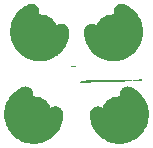
<source format=gbr>
%TF.GenerationSoftware,KiCad,Pcbnew,(5.1.6-0)*%
%TF.CreationDate,2020-12-23T18:17:54-08:00*%
%TF.ProjectId,loco-rollers-n,6c6f636f-2d72-46f6-9c6c-6572732d6e2e,R1*%
%TF.SameCoordinates,PX8f0d180PY7270e00*%
%TF.FileFunction,Soldermask,Top*%
%TF.FilePolarity,Negative*%
%FSLAX46Y46*%
G04 Gerber Fmt 4.6, Leading zero omitted, Abs format (unit mm)*
G04 Created by KiCad (PCBNEW (5.1.6-0)) date 2020-12-23 18:17:54*
%MOMM*%
%LPD*%
G01*
G04 APERTURE LIST*
%ADD10C,0.010000*%
%ADD11C,0.100000*%
%ADD12C,3.000000*%
%ADD13C,0.900000*%
G04 APERTURE END LIST*
D10*
%TO.C,G\u002A\u002A\u002A*%
G36*
X6003378Y7362751D02*
G01*
X6010199Y7342309D01*
X6010200Y7342069D01*
X6003267Y7326469D01*
X5986698Y7318131D01*
X5966839Y7318723D01*
X5952627Y7326960D01*
X5943008Y7344591D01*
X5949907Y7360374D01*
X5963383Y7369026D01*
X5986249Y7372534D01*
X6003378Y7362751D01*
G37*
X6003378Y7362751D02*
X6010199Y7342309D01*
X6010200Y7342069D01*
X6003267Y7326469D01*
X5986698Y7318131D01*
X5966839Y7318723D01*
X5952627Y7326960D01*
X5943008Y7344591D01*
X5949907Y7360374D01*
X5963383Y7369026D01*
X5986249Y7372534D01*
X6003378Y7362751D01*
G36*
X5899814Y7367771D02*
G01*
X5915037Y7353271D01*
X5913853Y7336054D01*
X5906907Y7326960D01*
X5886897Y7317441D01*
X5864568Y7322173D01*
X5854531Y7329745D01*
X5845903Y7346339D01*
X5850456Y7361145D01*
X5864490Y7371055D01*
X5884303Y7372961D01*
X5899814Y7367771D01*
G37*
X5899814Y7367771D02*
X5915037Y7353271D01*
X5913853Y7336054D01*
X5906907Y7326960D01*
X5886897Y7317441D01*
X5864568Y7322173D01*
X5854531Y7329745D01*
X5845903Y7346339D01*
X5850456Y7361145D01*
X5864490Y7371055D01*
X5884303Y7372961D01*
X5899814Y7367771D01*
G36*
X5805165Y7368853D02*
G01*
X5816816Y7357195D01*
X5817907Y7341546D01*
X5810269Y7329745D01*
X5789130Y7318038D01*
X5767179Y7320415D01*
X5757893Y7326960D01*
X5748289Y7344787D01*
X5755268Y7360910D01*
X5764987Y7367771D01*
X5786655Y7373415D01*
X5805165Y7368853D01*
G37*
X5805165Y7368853D02*
X5816816Y7357195D01*
X5817907Y7341546D01*
X5810269Y7329745D01*
X5789130Y7318038D01*
X5767179Y7320415D01*
X5757893Y7326960D01*
X5748289Y7344787D01*
X5755268Y7360910D01*
X5764987Y7367771D01*
X5786655Y7373415D01*
X5805165Y7368853D01*
G36*
X5701418Y7369026D02*
G01*
X5718303Y7355881D01*
X5721594Y7341016D01*
X5713862Y7327741D01*
X5697683Y7319369D01*
X5675628Y7319209D01*
X5665183Y7322407D01*
X5655871Y7333706D01*
X5656576Y7351088D01*
X5666919Y7367270D01*
X5667551Y7367808D01*
X5682382Y7374238D01*
X5701418Y7369026D01*
G37*
X5701418Y7369026D02*
X5718303Y7355881D01*
X5721594Y7341016D01*
X5713862Y7327741D01*
X5697683Y7319369D01*
X5675628Y7319209D01*
X5665183Y7322407D01*
X5655871Y7333706D01*
X5656576Y7351088D01*
X5666919Y7367270D01*
X5667551Y7367808D01*
X5682382Y7374238D01*
X5701418Y7369026D01*
G36*
X11515389Y6215589D02*
G01*
X11539152Y6213868D01*
X11551676Y6210405D01*
X11555798Y6204750D01*
X11555867Y6203595D01*
X11553809Y6196255D01*
X11545966Y6190752D01*
X11529839Y6186539D01*
X11502925Y6183072D01*
X11462722Y6179808D01*
X11439450Y6178248D01*
X11402727Y6176114D01*
X11379709Y6175780D01*
X11367221Y6177699D01*
X11362089Y6182324D01*
X11361134Y6189442D01*
X11363995Y6200267D01*
X11374140Y6207801D01*
X11393909Y6212579D01*
X11425644Y6215135D01*
X11471685Y6216003D01*
X11477550Y6216018D01*
X11515389Y6215589D01*
G37*
X11515389Y6215589D02*
X11539152Y6213868D01*
X11551676Y6210405D01*
X11555798Y6204750D01*
X11555867Y6203595D01*
X11553809Y6196255D01*
X11545966Y6190752D01*
X11529839Y6186539D01*
X11502925Y6183072D01*
X11462722Y6179808D01*
X11439450Y6178248D01*
X11402727Y6176114D01*
X11379709Y6175780D01*
X11367221Y6177699D01*
X11362089Y6182324D01*
X11361134Y6189442D01*
X11363995Y6200267D01*
X11374140Y6207801D01*
X11393909Y6212579D01*
X11425644Y6215135D01*
X11471685Y6216003D01*
X11477550Y6216018D01*
X11515389Y6215589D01*
G36*
X11271027Y6198349D02*
G01*
X11283995Y6196590D01*
X11290633Y6193572D01*
X11293062Y6189152D01*
X11293400Y6183507D01*
X11292846Y6175926D01*
X11289812Y6170024D01*
X11282246Y6165427D01*
X11268093Y6161761D01*
X11245298Y6158652D01*
X11211807Y6155725D01*
X11165565Y6152608D01*
X11104520Y6148927D01*
X11102900Y6148831D01*
X11037034Y6144961D01*
X10986142Y6142172D01*
X10948294Y6140567D01*
X10921559Y6140250D01*
X10904006Y6141324D01*
X10893704Y6143894D01*
X10888722Y6148062D01*
X10887130Y6153933D01*
X10887000Y6160427D01*
X10887628Y6168839D01*
X10890770Y6175466D01*
X10898309Y6180603D01*
X10912133Y6184542D01*
X10934126Y6187577D01*
X10966174Y6190002D01*
X11010162Y6192109D01*
X11067976Y6194192D01*
X11113484Y6195659D01*
X11172959Y6197504D01*
X11217628Y6198663D01*
X11249611Y6198992D01*
X11271027Y6198349D01*
G37*
X11271027Y6198349D02*
X11283995Y6196590D01*
X11290633Y6193572D01*
X11293062Y6189152D01*
X11293400Y6183507D01*
X11292846Y6175926D01*
X11289812Y6170024D01*
X11282246Y6165427D01*
X11268093Y6161761D01*
X11245298Y6158652D01*
X11211807Y6155725D01*
X11165565Y6152608D01*
X11104520Y6148927D01*
X11102900Y6148831D01*
X11037034Y6144961D01*
X10986142Y6142172D01*
X10948294Y6140567D01*
X10921559Y6140250D01*
X10904006Y6141324D01*
X10893704Y6143894D01*
X10888722Y6148062D01*
X10887130Y6153933D01*
X10887000Y6160427D01*
X10887628Y6168839D01*
X10890770Y6175466D01*
X10898309Y6180603D01*
X10912133Y6184542D01*
X10934126Y6187577D01*
X10966174Y6190002D01*
X11010162Y6192109D01*
X11067976Y6194192D01*
X11113484Y6195659D01*
X11172959Y6197504D01*
X11217628Y6198663D01*
X11249611Y6198992D01*
X11271027Y6198349D01*
G36*
X10717989Y6182267D02*
G01*
X10712404Y6158983D01*
X10707179Y6140661D01*
X10703251Y6131648D01*
X10694258Y6130551D01*
X10670261Y6129234D01*
X10633186Y6127758D01*
X10584962Y6126187D01*
X10527516Y6124584D01*
X10462773Y6123012D01*
X10397525Y6121630D01*
X10226113Y6118170D01*
X10048761Y6114445D01*
X9867071Y6110497D01*
X9682641Y6106364D01*
X9497074Y6102087D01*
X9311970Y6097706D01*
X9128929Y6093261D01*
X8949552Y6088792D01*
X8775439Y6084339D01*
X8608191Y6079941D01*
X8449409Y6075640D01*
X8300694Y6071475D01*
X8163644Y6067486D01*
X8039863Y6063713D01*
X7930949Y6060197D01*
X7902500Y6059235D01*
X7743643Y6053452D01*
X7598168Y6047376D01*
X7462525Y6040808D01*
X7333163Y6033547D01*
X7206532Y6025392D01*
X7079080Y6016142D01*
X6947258Y6005599D01*
X6937300Y6004767D01*
X6875772Y5999698D01*
X6814538Y5994798D01*
X6757433Y5990366D01*
X6708296Y5986696D01*
X6670964Y5984086D01*
X6662134Y5983522D01*
X6620197Y5980936D01*
X6578460Y5978348D01*
X6544042Y5976199D01*
X6535134Y5975638D01*
X6498981Y5974939D01*
X6461540Y5976581D01*
X6447566Y5977998D01*
X6406565Y5983300D01*
X6426399Y6001290D01*
X6450540Y6016032D01*
X6490090Y6031202D01*
X6543535Y6046567D01*
X6609365Y6061893D01*
X6686066Y6076948D01*
X6772128Y6091499D01*
X6866037Y6105313D01*
X6966281Y6118157D01*
X7071349Y6129798D01*
X7179728Y6140003D01*
X7289907Y6148540D01*
X7400372Y6155175D01*
X7436829Y6156916D01*
X7470462Y6158084D01*
X7519868Y6159319D01*
X7583884Y6160612D01*
X7661350Y6161951D01*
X7751104Y6163326D01*
X7851985Y6164726D01*
X7962831Y6166142D01*
X8082482Y6167561D01*
X8209777Y6168975D01*
X8343553Y6170372D01*
X8482650Y6171742D01*
X8625906Y6173074D01*
X8772161Y6174358D01*
X8920253Y6175583D01*
X9069020Y6176739D01*
X9217302Y6177815D01*
X9363937Y6178800D01*
X9507765Y6179685D01*
X9647623Y6180458D01*
X9782350Y6181109D01*
X9910786Y6181628D01*
X10031769Y6182003D01*
X10144138Y6182225D01*
X10233111Y6182285D01*
X10717989Y6182267D01*
G37*
X10717989Y6182267D02*
X10712404Y6158983D01*
X10707179Y6140661D01*
X10703251Y6131648D01*
X10694258Y6130551D01*
X10670261Y6129234D01*
X10633186Y6127758D01*
X10584962Y6126187D01*
X10527516Y6124584D01*
X10462773Y6123012D01*
X10397525Y6121630D01*
X10226113Y6118170D01*
X10048761Y6114445D01*
X9867071Y6110497D01*
X9682641Y6106364D01*
X9497074Y6102087D01*
X9311970Y6097706D01*
X9128929Y6093261D01*
X8949552Y6088792D01*
X8775439Y6084339D01*
X8608191Y6079941D01*
X8449409Y6075640D01*
X8300694Y6071475D01*
X8163644Y6067486D01*
X8039863Y6063713D01*
X7930949Y6060197D01*
X7902500Y6059235D01*
X7743643Y6053452D01*
X7598168Y6047376D01*
X7462525Y6040808D01*
X7333163Y6033547D01*
X7206532Y6025392D01*
X7079080Y6016142D01*
X6947258Y6005599D01*
X6937300Y6004767D01*
X6875772Y5999698D01*
X6814538Y5994798D01*
X6757433Y5990366D01*
X6708296Y5986696D01*
X6670964Y5984086D01*
X6662134Y5983522D01*
X6620197Y5980936D01*
X6578460Y5978348D01*
X6544042Y5976199D01*
X6535134Y5975638D01*
X6498981Y5974939D01*
X6461540Y5976581D01*
X6447566Y5977998D01*
X6406565Y5983300D01*
X6426399Y6001290D01*
X6450540Y6016032D01*
X6490090Y6031202D01*
X6543535Y6046567D01*
X6609365Y6061893D01*
X6686066Y6076948D01*
X6772128Y6091499D01*
X6866037Y6105313D01*
X6966281Y6118157D01*
X7071349Y6129798D01*
X7179728Y6140003D01*
X7289907Y6148540D01*
X7400372Y6155175D01*
X7436829Y6156916D01*
X7470462Y6158084D01*
X7519868Y6159319D01*
X7583884Y6160612D01*
X7661350Y6161951D01*
X7751104Y6163326D01*
X7851985Y6164726D01*
X7962831Y6166142D01*
X8082482Y6167561D01*
X8209777Y6168975D01*
X8343553Y6170372D01*
X8482650Y6171742D01*
X8625906Y6173074D01*
X8772161Y6174358D01*
X8920253Y6175583D01*
X9069020Y6176739D01*
X9217302Y6177815D01*
X9363937Y6178800D01*
X9507765Y6179685D01*
X9647623Y6180458D01*
X9782350Y6181109D01*
X9910786Y6181628D01*
X10031769Y6182003D01*
X10144138Y6182225D01*
X10233111Y6182285D01*
X10717989Y6182267D01*
%TD*%
D11*
%TO.C,H1*%
G36*
X3012720Y7750535D02*
G01*
X2996686Y7750423D01*
X2984474Y7750636D01*
X2806350Y7758102D01*
X2806360Y7758336D01*
X2804608Y7758412D01*
X2804597Y7758182D01*
X2798692Y7758470D01*
X2784730Y7759543D01*
X2768730Y7761225D01*
X2752789Y7762676D01*
X2740654Y7764080D01*
X2564087Y7788895D01*
X2562351Y7789145D01*
X2556481Y7790012D01*
X2542741Y7792435D01*
X2527035Y7795659D01*
X2511246Y7798671D01*
X2499309Y7801252D01*
X2326007Y7843178D01*
X2324297Y7843598D01*
X2318539Y7845034D01*
X2305098Y7848787D01*
X2289775Y7853531D01*
X2274376Y7858063D01*
X2262744Y7861798D01*
X2094359Y7920435D01*
X2092731Y7921008D01*
X2087141Y7922998D01*
X2074096Y7928058D01*
X2059325Y7934268D01*
X2044429Y7940286D01*
X2033214Y7945139D01*
X1871356Y8019927D01*
X1869755Y8020674D01*
X1864386Y8023201D01*
X1851943Y8029487D01*
X1837856Y8037104D01*
X1823594Y8044560D01*
X1812910Y8050482D01*
X1659139Y8140700D01*
X1659324Y8141015D01*
X1657806Y8141881D01*
X1657633Y8141591D01*
X1652552Y8144619D01*
X1640731Y8152119D01*
X1627380Y8161125D01*
X1613999Y8169881D01*
X1603942Y8176819D01*
X1459693Y8281622D01*
X1458309Y8282634D01*
X1453532Y8286155D01*
X1442500Y8294774D01*
X1430135Y8305004D01*
X1417629Y8315059D01*
X1408299Y8322943D01*
X1274965Y8441322D01*
X1273658Y8442490D01*
X1269248Y8446461D01*
X1259142Y8456086D01*
X1247850Y8467458D01*
X1236363Y8478706D01*
X1227844Y8487466D01*
X1106709Y8618281D01*
X1106963Y8618516D01*
X1105786Y8619831D01*
X1105514Y8619582D01*
X1101519Y8623957D01*
X1092393Y8634529D01*
X1082256Y8646959D01*
X1071930Y8659265D01*
X1064312Y8668808D01*
X956511Y8810830D01*
X955476Y8812203D01*
X951921Y8816954D01*
X943855Y8828387D01*
X934976Y8841751D01*
X925904Y8855001D01*
X919252Y8865244D01*
X825824Y9017109D01*
X824924Y9018585D01*
X821850Y9023660D01*
X814945Y9035813D01*
X807398Y9050006D01*
X799676Y9064053D01*
X794053Y9074901D01*
X715900Y9235141D01*
X716381Y9235376D01*
X715634Y9236935D01*
X715146Y9236701D01*
X712590Y9242033D01*
X706886Y9254840D01*
X700764Y9269694D01*
X694450Y9284426D01*
X689913Y9295770D01*
X627762Y9462889D01*
X627166Y9464508D01*
X625136Y9470084D01*
X620720Y9483358D01*
X616090Y9498696D01*
X611229Y9514019D01*
X607821Y9525750D01*
X562275Y9698136D01*
X561837Y9699818D01*
X560361Y9705566D01*
X557265Y9719192D01*
X554150Y9734927D01*
X550811Y9750635D01*
X548564Y9762642D01*
X520057Y9938650D01*
X519785Y9940365D01*
X518877Y9946229D01*
X517126Y9960088D01*
X515559Y9976066D01*
X513770Y9992023D01*
X512706Y10004184D01*
X501511Y10182116D01*
X501840Y10182137D01*
X501749Y10183875D01*
X501408Y10183856D01*
X501077Y10189758D01*
X500685Y10203757D01*
X500685Y10219782D01*
X500461Y10235872D01*
X500589Y10248077D01*
X506811Y10426249D01*
X507054Y10426241D01*
X507133Y10427995D01*
X506879Y10428006D01*
X507126Y10433915D01*
X508101Y10447870D01*
X509669Y10463860D01*
X511012Y10479848D01*
X512330Y10491983D01*
X535911Y10668718D01*
X536149Y10670456D01*
X536975Y10676332D01*
X539303Y10690095D01*
X542430Y10705887D01*
X545318Y10721622D01*
X547816Y10733582D01*
X588531Y10907173D01*
X588932Y10908855D01*
X590327Y10914623D01*
X593990Y10928109D01*
X598621Y10943447D01*
X603057Y10958917D01*
X606709Y10970569D01*
X664170Y11139358D01*
X664744Y11141026D01*
X666696Y11146630D01*
X671651Y11159672D01*
X677775Y11174528D01*
X683671Y11189421D01*
X688446Y11200672D01*
X762103Y11363048D01*
X762820Y11364614D01*
X765309Y11370002D01*
X771527Y11382530D01*
X779079Y11396733D01*
X786404Y11410985D01*
X792249Y11421706D01*
X881400Y11576119D01*
X882254Y11577586D01*
X885256Y11582705D01*
X892682Y11594591D01*
X901567Y11607963D01*
X910254Y11621443D01*
X917121Y11631548D01*
X1020914Y11776526D01*
X1021933Y11777939D01*
X1025421Y11782740D01*
X1033937Y11793798D01*
X1044060Y11806210D01*
X1054065Y11818833D01*
X1061880Y11828212D01*
X1179326Y11962369D01*
X1180493Y11963693D01*
X1184433Y11968130D01*
X1193975Y11978290D01*
X1205297Y11989691D01*
X1216442Y12001232D01*
X1225136Y12009806D01*
X1355101Y12131851D01*
X1355260Y12131682D01*
X1356539Y12132850D01*
X1356369Y12133033D01*
X1360712Y12137056D01*
X1371252Y12146285D01*
X1383646Y12156538D01*
X1395846Y12166920D01*
X1405334Y12174603D01*
X1546582Y12283378D01*
X1546799Y12283097D01*
X1548188Y12284186D01*
X1547986Y12284452D01*
X1552695Y12288027D01*
X1564062Y12296166D01*
X1577377Y12305147D01*
X1590560Y12314309D01*
X1600750Y12321027D01*
X1751954Y12415511D01*
X1752257Y12415027D01*
X1753721Y12416022D01*
X1753460Y12416446D01*
X1758506Y12419550D01*
X1770585Y12426523D01*
X1784649Y12434127D01*
X1798723Y12441993D01*
X1809528Y12447689D01*
X1969236Y12526968D01*
X1970804Y12527740D01*
X1976137Y12530341D01*
X1988845Y12536106D01*
X1991433Y12537194D01*
X1993968Y12538422D01*
X2005082Y12543475D01*
X2037322Y12557193D01*
X2038930Y12557870D01*
X2044406Y12560155D01*
X2057441Y12565172D01*
X2096594Y12578997D01*
X2119986Y12585992D01*
X2160301Y12595932D01*
X2184276Y12600614D01*
X2225369Y12606572D01*
X2249681Y12608892D01*
X2291158Y12610812D01*
X2315590Y12610747D01*
X2357058Y12608609D01*
X2381353Y12606163D01*
X2422414Y12599990D01*
X2446365Y12595182D01*
X2486627Y12585031D01*
X2509987Y12577911D01*
X2549067Y12563880D01*
X2571628Y12554512D01*
X2609152Y12536734D01*
X2630688Y12525210D01*
X2666298Y12503855D01*
X2686604Y12490287D01*
X2719961Y12465559D01*
X2738854Y12450068D01*
X2769637Y12422203D01*
X2786919Y12404950D01*
X2814837Y12374214D01*
X2830354Y12355357D01*
X2855140Y12322044D01*
X2868748Y12301754D01*
X2890164Y12266181D01*
X2901723Y12244668D01*
X2919566Y12207175D01*
X2928973Y12184632D01*
X2943072Y12145576D01*
X2950234Y12122224D01*
X2960454Y12081980D01*
X2965301Y12058045D01*
X2971546Y12016995D01*
X2974036Y11992695D01*
X2976245Y11951231D01*
X2976351Y11926804D01*
X2974503Y11885323D01*
X2972226Y11861011D01*
X2966340Y11819908D01*
X2961699Y11795921D01*
X2951829Y11755589D01*
X2944873Y11732180D01*
X2931115Y11693003D01*
X2921904Y11670377D01*
X2904388Y11632730D01*
X2893017Y11611117D01*
X2871911Y11575358D01*
X2858484Y11554956D01*
X2833990Y11521428D01*
X2818632Y11502430D01*
X2790983Y11471453D01*
X2773854Y11454053D01*
X2743315Y11425921D01*
X2724557Y11410264D01*
X2691417Y11385247D01*
X2671233Y11371505D01*
X2635810Y11349840D01*
X2614371Y11338127D01*
X2577003Y11320023D01*
X2565880Y11314966D01*
X2551811Y11308980D01*
X2439355Y11253156D01*
X2344133Y11193654D01*
X2255183Y11125154D01*
X2173346Y11048304D01*
X2099390Y10963825D01*
X2034022Y10872520D01*
X1977890Y10775297D01*
X1931509Y10673051D01*
X1895324Y10566760D01*
X1869688Y10457458D01*
X1854837Y10346159D01*
X1850919Y10233954D01*
X1857970Y10121898D01*
X1875919Y10011071D01*
X1904602Y9902513D01*
X1943734Y9797290D01*
X1992956Y9696370D01*
X2051786Y9600743D01*
X2119668Y9511312D01*
X2195949Y9428935D01*
X2279910Y9354392D01*
X2370743Y9288397D01*
X2467587Y9231579D01*
X2569502Y9184487D01*
X2675540Y9147561D01*
X2784660Y9121163D01*
X2895848Y9105536D01*
X3008026Y9100835D01*
X3120124Y9107103D01*
X3231067Y9124277D01*
X3339830Y9152202D01*
X3445333Y9190602D01*
X3546586Y9239115D01*
X3642619Y9297274D01*
X3732518Y9364526D01*
X3815434Y9440240D01*
X3890562Y9523678D01*
X3957186Y9614044D01*
X4014679Y9710490D01*
X4062479Y9812069D01*
X4100144Y9917846D01*
X4127308Y10026792D01*
X4143707Y10137851D01*
X4150805Y10282974D01*
X4150896Y10284706D01*
X4151227Y10290631D01*
X4152396Y10304557D01*
X4157025Y10345820D01*
X4160930Y10369927D01*
X4169563Y10410542D01*
X4175802Y10434155D01*
X4188357Y10473734D01*
X4196871Y10496628D01*
X4213228Y10534792D01*
X4223936Y10556746D01*
X4243940Y10593133D01*
X4256738Y10613936D01*
X4280197Y10648197D01*
X4294964Y10667652D01*
X4321654Y10699460D01*
X4338249Y10717381D01*
X4367915Y10746432D01*
X4386177Y10762646D01*
X4418537Y10788665D01*
X4438306Y10803028D01*
X4473051Y10825763D01*
X4494107Y10838116D01*
X4530904Y10857354D01*
X4553082Y10867602D01*
X4591580Y10883156D01*
X4614650Y10891190D01*
X4654484Y10902913D01*
X4678216Y10908654D01*
X4719002Y10916435D01*
X4743195Y10919835D01*
X4784547Y10923598D01*
X4808943Y10924621D01*
X4850464Y10924332D01*
X4874860Y10922968D01*
X4916155Y10918627D01*
X4940293Y10914890D01*
X4980967Y10906540D01*
X5004616Y10900468D01*
X5044282Y10888190D01*
X5067237Y10879835D01*
X5105514Y10863745D01*
X5127542Y10853191D01*
X5164067Y10833442D01*
X5184958Y10820790D01*
X5219382Y10797571D01*
X5238945Y10782936D01*
X5270938Y10756468D01*
X5288965Y10740008D01*
X5318224Y10710546D01*
X5334578Y10692382D01*
X5360820Y10660204D01*
X5375307Y10640554D01*
X5398286Y10605969D01*
X5410794Y10584988D01*
X5430288Y10548326D01*
X5440690Y10526219D01*
X5456512Y10487830D01*
X5464703Y10464829D01*
X5476705Y10425079D01*
X5482615Y10401376D01*
X5490680Y10360645D01*
X5494248Y10336482D01*
X5498300Y10295157D01*
X5499493Y10270761D01*
X5499493Y10229239D01*
X5499195Y10217027D01*
X5490485Y10038938D01*
X5490394Y10037205D01*
X5490063Y10031280D01*
X5488894Y10017360D01*
X5487104Y10001401D01*
X5485537Y9985423D01*
X5484049Y9973304D01*
X5458002Y9796915D01*
X5457740Y9795181D01*
X5456832Y9789317D01*
X5454312Y9775590D01*
X5450982Y9759924D01*
X5447859Y9744151D01*
X5445193Y9732225D01*
X5402058Y9559220D01*
X5401626Y9557511D01*
X5400150Y9551764D01*
X5396304Y9538356D01*
X5391455Y9523073D01*
X5386814Y9507698D01*
X5382998Y9496089D01*
X5323191Y9328130D01*
X5322994Y9328200D01*
X5322407Y9326539D01*
X5322593Y9326471D01*
X5320570Y9320912D01*
X5315423Y9307910D01*
X5309097Y9293152D01*
X5302984Y9278321D01*
X5298055Y9267145D01*
X5222138Y9105814D01*
X5221480Y9106124D01*
X5220907Y9104452D01*
X5221383Y9104224D01*
X5218823Y9098881D01*
X5212442Y9086466D01*
X5204733Y9072444D01*
X5197172Y9058224D01*
X5191177Y9047585D01*
X5099879Y8894431D01*
X5098983Y8892939D01*
X5095909Y8887863D01*
X5088344Y8876125D01*
X5079271Y8862874D01*
X5070389Y8849506D01*
X5063384Y8839502D01*
X4957577Y8695989D01*
X4956536Y8694587D01*
X4952981Y8689835D01*
X4944310Y8678895D01*
X4933977Y8666581D01*
X4923847Y8654160D01*
X4915898Y8644885D01*
X4796603Y8512394D01*
X4796559Y8512433D01*
X4795366Y8511087D01*
X4795394Y8511061D01*
X4791404Y8506692D01*
X4781719Y8496663D01*
X4770295Y8485475D01*
X4758932Y8474034D01*
X4750123Y8465587D01*
X4618456Y8345357D01*
X4617167Y8344188D01*
X4612757Y8340217D01*
X4602122Y8331166D01*
X4589568Y8321072D01*
X4577231Y8310867D01*
X4567640Y8303319D01*
X4424868Y8196512D01*
X4423489Y8195488D01*
X4418713Y8191966D01*
X4407215Y8183974D01*
X4393772Y8175178D01*
X4380490Y8166219D01*
X4370195Y8159635D01*
X4217697Y8067279D01*
X4217592Y8067452D01*
X4216079Y8066530D01*
X4216177Y8066366D01*
X4211098Y8063338D01*
X4198903Y8056522D01*
X4184680Y8049086D01*
X4170542Y8041443D01*
X4159671Y8035904D01*
X3998883Y7958867D01*
X3998857Y7958921D01*
X3997256Y7958165D01*
X3997283Y7958108D01*
X3991921Y7955585D01*
X3979126Y7949995D01*
X3964226Y7943975D01*
X3949457Y7937767D01*
X3938081Y7933308D01*
X3770550Y7872331D01*
X3770525Y7872401D01*
X3768843Y7871794D01*
X3768867Y7871725D01*
X3763298Y7869742D01*
X3750023Y7865429D01*
X3734671Y7860910D01*
X3719281Y7856147D01*
X3707534Y7852823D01*
X3534846Y7808484D01*
X3534782Y7808734D01*
X3533096Y7808345D01*
X3533167Y7808060D01*
X3527428Y7806628D01*
X3513742Y7803618D01*
X3497957Y7800607D01*
X3482248Y7797383D01*
X3470230Y7795221D01*
X3294047Y7767947D01*
X3294017Y7768144D01*
X3292303Y7767872D01*
X3292330Y7767687D01*
X3286472Y7766821D01*
X3272566Y7765162D01*
X3256566Y7763706D01*
X3240615Y7762030D01*
X3228446Y7761051D01*
X3050436Y7751098D01*
X3050409Y7751574D01*
X3048685Y7751467D01*
X3048708Y7751007D01*
X3042803Y7750717D01*
X3028785Y7750422D01*
X3012720Y7750535D01*
G37*
D12*
X3000000Y10250000D03*
D13*
X1710000Y11540000D03*
X4825000Y10250000D03*
X4290000Y8960000D03*
X3000000Y8425000D03*
X1710000Y8960000D03*
X1175000Y10250000D03*
%TD*%
D11*
%TO.C,H2*%
G36*
X2512720Y750535D02*
G01*
X2496686Y750423D01*
X2484474Y750636D01*
X2306350Y758102D01*
X2306360Y758336D01*
X2304608Y758412D01*
X2304597Y758182D01*
X2298692Y758470D01*
X2284730Y759543D01*
X2268730Y761225D01*
X2252789Y762676D01*
X2240654Y764080D01*
X2064087Y788895D01*
X2062351Y789145D01*
X2056481Y790012D01*
X2042741Y792435D01*
X2027035Y795659D01*
X2011246Y798671D01*
X1999309Y801252D01*
X1826007Y843178D01*
X1824297Y843598D01*
X1818539Y845034D01*
X1805098Y848787D01*
X1789775Y853531D01*
X1774376Y858063D01*
X1762744Y861798D01*
X1594359Y920435D01*
X1592731Y921008D01*
X1587141Y922998D01*
X1574096Y928058D01*
X1559325Y934268D01*
X1544429Y940286D01*
X1533214Y945139D01*
X1371356Y1019927D01*
X1369755Y1020674D01*
X1364386Y1023201D01*
X1351943Y1029487D01*
X1337856Y1037104D01*
X1323594Y1044560D01*
X1312910Y1050482D01*
X1159139Y1140700D01*
X1159324Y1141015D01*
X1157806Y1141881D01*
X1157633Y1141591D01*
X1152552Y1144619D01*
X1140731Y1152119D01*
X1127380Y1161125D01*
X1113999Y1169881D01*
X1103942Y1176819D01*
X959693Y1281622D01*
X958309Y1282634D01*
X953532Y1286155D01*
X942500Y1294774D01*
X930135Y1305004D01*
X917629Y1315059D01*
X908299Y1322943D01*
X774965Y1441322D01*
X773658Y1442490D01*
X769248Y1446461D01*
X759142Y1456086D01*
X747850Y1467458D01*
X736363Y1478706D01*
X727844Y1487466D01*
X606709Y1618281D01*
X606963Y1618516D01*
X605786Y1619831D01*
X605514Y1619582D01*
X601519Y1623957D01*
X592393Y1634529D01*
X582256Y1646959D01*
X571930Y1659265D01*
X564312Y1668808D01*
X456511Y1810830D01*
X455476Y1812203D01*
X451921Y1816954D01*
X443855Y1828387D01*
X434976Y1841751D01*
X425904Y1855001D01*
X419252Y1865244D01*
X325824Y2017109D01*
X324924Y2018585D01*
X321850Y2023660D01*
X314945Y2035813D01*
X307398Y2050006D01*
X299676Y2064053D01*
X294053Y2074901D01*
X215900Y2235141D01*
X216381Y2235376D01*
X215634Y2236935D01*
X215146Y2236701D01*
X212590Y2242033D01*
X206886Y2254840D01*
X200764Y2269694D01*
X194450Y2284426D01*
X189913Y2295770D01*
X127762Y2462889D01*
X127166Y2464508D01*
X125136Y2470084D01*
X120720Y2483358D01*
X116090Y2498696D01*
X111229Y2514019D01*
X107821Y2525750D01*
X62275Y2698136D01*
X61837Y2699818D01*
X60361Y2705566D01*
X57265Y2719192D01*
X54150Y2734927D01*
X50811Y2750635D01*
X48564Y2762642D01*
X20057Y2938650D01*
X19785Y2940365D01*
X18877Y2946229D01*
X17126Y2960088D01*
X15559Y2976066D01*
X13770Y2992023D01*
X12706Y3004184D01*
X1511Y3182116D01*
X1840Y3182137D01*
X1749Y3183875D01*
X1408Y3183856D01*
X1077Y3189758D01*
X685Y3203757D01*
X685Y3219782D01*
X461Y3235872D01*
X589Y3248077D01*
X6811Y3426249D01*
X7054Y3426241D01*
X7133Y3427995D01*
X6879Y3428006D01*
X7126Y3433915D01*
X8101Y3447870D01*
X9669Y3463860D01*
X11012Y3479848D01*
X12330Y3491983D01*
X35911Y3668718D01*
X36149Y3670456D01*
X36975Y3676332D01*
X39303Y3690095D01*
X42430Y3705887D01*
X45318Y3721622D01*
X47816Y3733582D01*
X88531Y3907173D01*
X88932Y3908855D01*
X90327Y3914623D01*
X93990Y3928109D01*
X98621Y3943447D01*
X103057Y3958917D01*
X106709Y3970569D01*
X164170Y4139358D01*
X164744Y4141026D01*
X166696Y4146630D01*
X171651Y4159672D01*
X177775Y4174528D01*
X183671Y4189421D01*
X188446Y4200672D01*
X262103Y4363048D01*
X262820Y4364614D01*
X265309Y4370002D01*
X271527Y4382530D01*
X279079Y4396733D01*
X286404Y4410985D01*
X292249Y4421706D01*
X381400Y4576119D01*
X382254Y4577586D01*
X385256Y4582705D01*
X392682Y4594591D01*
X401567Y4607963D01*
X410254Y4621443D01*
X417121Y4631548D01*
X520914Y4776526D01*
X521933Y4777939D01*
X525421Y4782740D01*
X533937Y4793798D01*
X544060Y4806210D01*
X554065Y4818833D01*
X561880Y4828212D01*
X679326Y4962369D01*
X680493Y4963693D01*
X684433Y4968130D01*
X693975Y4978290D01*
X705297Y4989691D01*
X716442Y5001232D01*
X725136Y5009806D01*
X855101Y5131851D01*
X855260Y5131682D01*
X856539Y5132850D01*
X856369Y5133033D01*
X860712Y5137056D01*
X871252Y5146285D01*
X883646Y5156538D01*
X895846Y5166920D01*
X905334Y5174603D01*
X1046582Y5283378D01*
X1046799Y5283097D01*
X1048188Y5284186D01*
X1047986Y5284452D01*
X1052695Y5288027D01*
X1064062Y5296166D01*
X1077377Y5305147D01*
X1090560Y5314309D01*
X1100750Y5321027D01*
X1251954Y5415511D01*
X1252257Y5415027D01*
X1253721Y5416022D01*
X1253460Y5416446D01*
X1258506Y5419550D01*
X1270585Y5426523D01*
X1284649Y5434127D01*
X1298723Y5441993D01*
X1309528Y5447689D01*
X1469236Y5526968D01*
X1470804Y5527740D01*
X1476137Y5530341D01*
X1488845Y5536106D01*
X1491433Y5537194D01*
X1493968Y5538422D01*
X1505082Y5543475D01*
X1537322Y5557193D01*
X1538930Y5557870D01*
X1544406Y5560155D01*
X1557441Y5565172D01*
X1596594Y5578997D01*
X1619986Y5585992D01*
X1660301Y5595932D01*
X1684276Y5600614D01*
X1725369Y5606572D01*
X1749681Y5608892D01*
X1791158Y5610812D01*
X1815590Y5610747D01*
X1857058Y5608609D01*
X1881353Y5606163D01*
X1922414Y5599990D01*
X1946365Y5595182D01*
X1986627Y5585031D01*
X2009987Y5577911D01*
X2049067Y5563880D01*
X2071628Y5554512D01*
X2109152Y5536734D01*
X2130688Y5525210D01*
X2166298Y5503855D01*
X2186604Y5490287D01*
X2219961Y5465559D01*
X2238854Y5450068D01*
X2269637Y5422203D01*
X2286919Y5404950D01*
X2314837Y5374214D01*
X2330354Y5355357D01*
X2355140Y5322044D01*
X2368748Y5301754D01*
X2390164Y5266181D01*
X2401723Y5244668D01*
X2419566Y5207175D01*
X2428973Y5184632D01*
X2443072Y5145576D01*
X2450234Y5122224D01*
X2460454Y5081980D01*
X2465301Y5058045D01*
X2471546Y5016995D01*
X2474036Y4992695D01*
X2476245Y4951231D01*
X2476351Y4926804D01*
X2474503Y4885323D01*
X2472226Y4861011D01*
X2466340Y4819908D01*
X2461699Y4795921D01*
X2451829Y4755589D01*
X2444873Y4732180D01*
X2431115Y4693003D01*
X2421904Y4670377D01*
X2404388Y4632730D01*
X2393017Y4611117D01*
X2371911Y4575358D01*
X2358484Y4554956D01*
X2333990Y4521428D01*
X2318632Y4502430D01*
X2290983Y4471453D01*
X2273854Y4454053D01*
X2243315Y4425921D01*
X2224557Y4410264D01*
X2191417Y4385247D01*
X2171233Y4371505D01*
X2135810Y4349840D01*
X2114371Y4338127D01*
X2077003Y4320023D01*
X2065880Y4314966D01*
X2051811Y4308980D01*
X1939355Y4253156D01*
X1844133Y4193654D01*
X1755183Y4125154D01*
X1673346Y4048304D01*
X1599390Y3963825D01*
X1534022Y3872520D01*
X1477890Y3775297D01*
X1431509Y3673051D01*
X1395324Y3566760D01*
X1369688Y3457458D01*
X1354837Y3346159D01*
X1350919Y3233954D01*
X1357970Y3121898D01*
X1375919Y3011071D01*
X1404602Y2902513D01*
X1443734Y2797290D01*
X1492956Y2696370D01*
X1551786Y2600743D01*
X1619668Y2511312D01*
X1695949Y2428935D01*
X1779910Y2354392D01*
X1870743Y2288397D01*
X1967587Y2231579D01*
X2069502Y2184487D01*
X2175540Y2147561D01*
X2284660Y2121163D01*
X2395848Y2105536D01*
X2508026Y2100835D01*
X2620124Y2107103D01*
X2731067Y2124277D01*
X2839830Y2152202D01*
X2945333Y2190602D01*
X3046586Y2239115D01*
X3142619Y2297274D01*
X3232518Y2364526D01*
X3315434Y2440240D01*
X3390562Y2523678D01*
X3457186Y2614044D01*
X3514679Y2710490D01*
X3562479Y2812069D01*
X3600144Y2917846D01*
X3627308Y3026792D01*
X3643707Y3137851D01*
X3650805Y3282974D01*
X3650896Y3284706D01*
X3651227Y3290631D01*
X3652396Y3304557D01*
X3657025Y3345820D01*
X3660930Y3369927D01*
X3669563Y3410542D01*
X3675802Y3434155D01*
X3688357Y3473734D01*
X3696871Y3496628D01*
X3713228Y3534792D01*
X3723936Y3556746D01*
X3743940Y3593133D01*
X3756738Y3613936D01*
X3780197Y3648197D01*
X3794964Y3667652D01*
X3821654Y3699460D01*
X3838249Y3717381D01*
X3867915Y3746432D01*
X3886177Y3762646D01*
X3918537Y3788665D01*
X3938306Y3803028D01*
X3973051Y3825763D01*
X3994107Y3838116D01*
X4030904Y3857354D01*
X4053082Y3867602D01*
X4091580Y3883156D01*
X4114650Y3891190D01*
X4154484Y3902913D01*
X4178216Y3908654D01*
X4219002Y3916435D01*
X4243195Y3919835D01*
X4284547Y3923598D01*
X4308943Y3924621D01*
X4350464Y3924332D01*
X4374860Y3922968D01*
X4416155Y3918627D01*
X4440293Y3914890D01*
X4480967Y3906540D01*
X4504616Y3900468D01*
X4544282Y3888190D01*
X4567237Y3879835D01*
X4605514Y3863745D01*
X4627542Y3853191D01*
X4664067Y3833442D01*
X4684958Y3820790D01*
X4719382Y3797571D01*
X4738945Y3782936D01*
X4770938Y3756468D01*
X4788965Y3740008D01*
X4818224Y3710546D01*
X4834578Y3692382D01*
X4860820Y3660204D01*
X4875307Y3640554D01*
X4898286Y3605969D01*
X4910794Y3584988D01*
X4930288Y3548326D01*
X4940690Y3526219D01*
X4956512Y3487830D01*
X4964703Y3464829D01*
X4976705Y3425079D01*
X4982615Y3401376D01*
X4990680Y3360645D01*
X4994248Y3336482D01*
X4998300Y3295157D01*
X4999493Y3270761D01*
X4999493Y3229239D01*
X4999195Y3217027D01*
X4990485Y3038938D01*
X4990394Y3037205D01*
X4990063Y3031280D01*
X4988894Y3017360D01*
X4987104Y3001401D01*
X4985537Y2985423D01*
X4984049Y2973304D01*
X4958002Y2796915D01*
X4957740Y2795181D01*
X4956832Y2789317D01*
X4954312Y2775590D01*
X4950982Y2759924D01*
X4947859Y2744151D01*
X4945193Y2732225D01*
X4902058Y2559220D01*
X4901626Y2557511D01*
X4900150Y2551764D01*
X4896304Y2538356D01*
X4891455Y2523073D01*
X4886814Y2507698D01*
X4882998Y2496089D01*
X4823191Y2328130D01*
X4822994Y2328200D01*
X4822407Y2326539D01*
X4822593Y2326471D01*
X4820570Y2320912D01*
X4815423Y2307910D01*
X4809097Y2293152D01*
X4802984Y2278321D01*
X4798055Y2267145D01*
X4722138Y2105814D01*
X4721480Y2106124D01*
X4720907Y2104452D01*
X4721383Y2104224D01*
X4718823Y2098881D01*
X4712442Y2086466D01*
X4704733Y2072444D01*
X4697172Y2058224D01*
X4691177Y2047585D01*
X4599879Y1894431D01*
X4598983Y1892939D01*
X4595909Y1887863D01*
X4588344Y1876125D01*
X4579271Y1862874D01*
X4570389Y1849506D01*
X4563384Y1839502D01*
X4457577Y1695989D01*
X4456536Y1694587D01*
X4452981Y1689835D01*
X4444310Y1678895D01*
X4433977Y1666581D01*
X4423847Y1654160D01*
X4415898Y1644885D01*
X4296603Y1512394D01*
X4296559Y1512433D01*
X4295366Y1511087D01*
X4295394Y1511061D01*
X4291404Y1506692D01*
X4281719Y1496663D01*
X4270295Y1485475D01*
X4258932Y1474034D01*
X4250123Y1465587D01*
X4118456Y1345357D01*
X4117167Y1344188D01*
X4112757Y1340217D01*
X4102122Y1331166D01*
X4089568Y1321072D01*
X4077231Y1310867D01*
X4067640Y1303319D01*
X3924868Y1196512D01*
X3923489Y1195488D01*
X3918713Y1191966D01*
X3907215Y1183974D01*
X3893772Y1175178D01*
X3880490Y1166219D01*
X3870195Y1159635D01*
X3717697Y1067279D01*
X3717592Y1067452D01*
X3716079Y1066530D01*
X3716177Y1066366D01*
X3711098Y1063338D01*
X3698903Y1056522D01*
X3684680Y1049086D01*
X3670542Y1041443D01*
X3659671Y1035904D01*
X3498883Y958867D01*
X3498857Y958921D01*
X3497256Y958165D01*
X3497283Y958108D01*
X3491921Y955585D01*
X3479126Y949995D01*
X3464226Y943975D01*
X3449457Y937767D01*
X3438081Y933308D01*
X3270550Y872331D01*
X3270525Y872401D01*
X3268843Y871794D01*
X3268867Y871725D01*
X3263298Y869742D01*
X3250023Y865429D01*
X3234671Y860910D01*
X3219281Y856147D01*
X3207534Y852823D01*
X3034846Y808484D01*
X3034782Y808734D01*
X3033096Y808345D01*
X3033167Y808060D01*
X3027428Y806628D01*
X3013742Y803618D01*
X2997957Y800607D01*
X2982248Y797383D01*
X2970230Y795221D01*
X2794047Y767947D01*
X2794017Y768144D01*
X2792303Y767872D01*
X2792330Y767687D01*
X2786472Y766821D01*
X2772566Y765162D01*
X2756566Y763706D01*
X2740615Y762030D01*
X2728446Y761051D01*
X2550436Y751098D01*
X2550409Y751574D01*
X2548685Y751467D01*
X2548708Y751007D01*
X2542803Y750717D01*
X2528785Y750422D01*
X2512720Y750535D01*
G37*
D12*
X2500000Y3250000D03*
D13*
X1210000Y4540000D03*
X4325000Y3250000D03*
X3790000Y1960000D03*
X2500000Y1425000D03*
X1210000Y1960000D03*
X675000Y3250000D03*
%TD*%
D12*
%TO.C,H3*%
X9250000Y10250000D03*
D13*
X10540000Y11540000D03*
X7425000Y10250000D03*
X7960000Y8960000D03*
X9250000Y8425000D03*
X10540000Y8960000D03*
X11075000Y10250000D03*
D11*
G36*
X9970334Y12610536D02*
G01*
X9994730Y12609300D01*
X10036047Y12605176D01*
X10060203Y12601566D01*
X10100920Y12593430D01*
X10124610Y12587479D01*
X10164340Y12575408D01*
X10187337Y12567174D01*
X10225698Y12551284D01*
X10236865Y12546335D01*
X10398064Y12470136D01*
X10399627Y12469391D01*
X10404974Y12466818D01*
X10417401Y12460404D01*
X10431448Y12452649D01*
X10445601Y12445092D01*
X10456234Y12439076D01*
X10609221Y12347516D01*
X10609074Y12347270D01*
X10610526Y12346362D01*
X10610689Y12346630D01*
X10615749Y12343555D01*
X10627523Y12335940D01*
X10640758Y12326843D01*
X10654102Y12317944D01*
X10664097Y12310919D01*
X10807426Y12204861D01*
X10808814Y12203826D01*
X10813560Y12200263D01*
X10824500Y12191562D01*
X10836784Y12181218D01*
X10849201Y12171054D01*
X10858459Y12163090D01*
X10990738Y12043566D01*
X10990646Y12043464D01*
X10991999Y12042305D01*
X10992057Y12042368D01*
X10996419Y12038371D01*
X11006452Y12028648D01*
X11017643Y12017179D01*
X11029025Y12005837D01*
X11037464Y11997006D01*
X11157464Y11865129D01*
X11158638Y11863830D01*
X11162601Y11859413D01*
X11171632Y11848764D01*
X11181681Y11836220D01*
X11191875Y11823854D01*
X11199415Y11814238D01*
X11305964Y11671290D01*
X11305511Y11670953D01*
X11306563Y11669590D01*
X11306990Y11669904D01*
X11310496Y11665133D01*
X11318477Y11653608D01*
X11327223Y11640190D01*
X11336188Y11626849D01*
X11342752Y11616546D01*
X11434845Y11463882D01*
X11434635Y11463755D01*
X11435538Y11462261D01*
X11435742Y11462382D01*
X11438766Y11457290D01*
X11445568Y11445071D01*
X11452987Y11430820D01*
X11460591Y11416696D01*
X11466115Y11405807D01*
X11542872Y11244883D01*
X11542199Y11244562D01*
X11542903Y11243019D01*
X11543599Y11243345D01*
X11546112Y11237984D01*
X11551710Y11225114D01*
X11557690Y11210236D01*
X11563889Y11195418D01*
X11568327Y11184034D01*
X11629017Y11016378D01*
X11629600Y11014751D01*
X11631581Y11009158D01*
X11635879Y10995853D01*
X11640380Y10980461D01*
X11645103Y10965107D01*
X11648408Y10953347D01*
X11692448Y10780570D01*
X11692868Y10778900D01*
X11694294Y10773140D01*
X11697275Y10759466D01*
X11700244Y10743747D01*
X11703453Y10727977D01*
X11705596Y10715948D01*
X11732566Y10539697D01*
X11732821Y10537986D01*
X11733678Y10532114D01*
X11735310Y10518224D01*
X11736731Y10502300D01*
X11738386Y10486282D01*
X11739344Y10474102D01*
X11748986Y10296077D01*
X11748605Y10296056D01*
X11748703Y10294300D01*
X11749075Y10294318D01*
X11749354Y10288414D01*
X11749623Y10274422D01*
X11749483Y10258431D01*
X11749567Y10242323D01*
X11749332Y10230112D01*
X11741555Y10052000D01*
X11741276Y10052012D01*
X11741194Y10050283D01*
X11741473Y10050269D01*
X11741175Y10044362D01*
X11740076Y10030376D01*
X11738366Y10014382D01*
X11736888Y9998451D01*
X11735463Y9986315D01*
X11710342Y9809808D01*
X11709961Y9809862D01*
X11709735Y9808105D01*
X11710086Y9808053D01*
X11709211Y9802198D01*
X11706761Y9788445D01*
X11703524Y9772815D01*
X11700473Y9756973D01*
X11697871Y9745039D01*
X11655643Y9571809D01*
X11655229Y9570135D01*
X11653784Y9564380D01*
X11649998Y9550911D01*
X11645211Y9535543D01*
X11640664Y9520194D01*
X11636912Y9508575D01*
X11577982Y9340295D01*
X11577404Y9338665D01*
X11575404Y9333078D01*
X11570328Y9320055D01*
X11564051Y9305196D01*
X11558037Y9290386D01*
X11553169Y9279191D01*
X11478097Y9117463D01*
X11477357Y9115883D01*
X11474821Y9110518D01*
X11468502Y9098063D01*
X11460833Y9083940D01*
X11453383Y9069749D01*
X11447442Y9059075D01*
X11356947Y8905445D01*
X11356065Y8903960D01*
X11353018Y8898868D01*
X11345506Y8887075D01*
X11336518Y8873800D01*
X11327696Y8860370D01*
X11320742Y8850328D01*
X11215689Y8706263D01*
X11214662Y8704865D01*
X11211132Y8700094D01*
X11202509Y8689095D01*
X11192229Y8676713D01*
X11182173Y8664251D01*
X11174275Y8654938D01*
X11055674Y8521823D01*
X11055620Y8521871D01*
X11054440Y8520526D01*
X11054479Y8520491D01*
X11050512Y8516101D01*
X11040872Y8506014D01*
X11029479Y8494740D01*
X11018208Y8483271D01*
X11009440Y8474775D01*
X10878415Y8353868D01*
X10878270Y8354025D01*
X10876986Y8352845D01*
X10877129Y8352688D01*
X10872754Y8348706D01*
X10862142Y8339578D01*
X10849662Y8329436D01*
X10837372Y8319160D01*
X10827811Y8311554D01*
X10685600Y8204001D01*
X10684191Y8202943D01*
X10679433Y8199397D01*
X10668019Y8191376D01*
X10654655Y8182531D01*
X10641378Y8173474D01*
X10631120Y8166837D01*
X10479113Y8073688D01*
X10478987Y8073893D01*
X10477488Y8072986D01*
X10477614Y8072777D01*
X10472553Y8069723D01*
X10460366Y8062827D01*
X10446175Y8055313D01*
X10432104Y8047610D01*
X10421249Y8042007D01*
X10260863Y7964128D01*
X10260447Y7964984D01*
X10258915Y7964206D01*
X10259309Y7963380D01*
X10253965Y7960830D01*
X10241161Y7955155D01*
X10226267Y7949047D01*
X10211541Y7942766D01*
X10200195Y7938250D01*
X10032983Y7876397D01*
X10032873Y7876694D01*
X10031230Y7876044D01*
X10031322Y7875789D01*
X10025756Y7873774D01*
X10012494Y7869388D01*
X9997148Y7864784D01*
X9981809Y7859948D01*
X9970075Y7856561D01*
X9797625Y7811320D01*
X9797557Y7811580D01*
X9795866Y7811107D01*
X9795924Y7810879D01*
X9790199Y7809419D01*
X9776546Y7806342D01*
X9760774Y7803248D01*
X9745084Y7799942D01*
X9733077Y7797716D01*
X9557040Y7769520D01*
X9557015Y7769678D01*
X9555271Y7769418D01*
X9555297Y7769248D01*
X9549444Y7768352D01*
X9535570Y7766623D01*
X9519549Y7765081D01*
X9503645Y7763325D01*
X9491476Y7762281D01*
X9313521Y7751396D01*
X9313495Y7751822D01*
X9311773Y7751721D01*
X9311796Y7751297D01*
X9305893Y7750976D01*
X9291868Y7750607D01*
X9275800Y7750636D01*
X9259779Y7750440D01*
X9247561Y7750589D01*
X9069379Y7757123D01*
X9067630Y7757193D01*
X9061701Y7757452D01*
X9047773Y7758451D01*
X9031803Y7760046D01*
X9015817Y7761416D01*
X9003673Y7762756D01*
X8826979Y7786646D01*
X8825256Y7786885D01*
X8819381Y7787721D01*
X8805615Y7790074D01*
X8789838Y7793227D01*
X8774083Y7796147D01*
X8762137Y7798664D01*
X8588638Y7839677D01*
X8588672Y7839821D01*
X8586931Y7840232D01*
X8586898Y7840095D01*
X8581155Y7841495D01*
X8567686Y7845180D01*
X8552362Y7849836D01*
X8536901Y7854299D01*
X8525257Y7857970D01*
X8356579Y7915721D01*
X8356643Y7915909D01*
X8354976Y7916498D01*
X8354907Y7916301D01*
X8349324Y7918256D01*
X8336269Y7923241D01*
X8321461Y7929375D01*
X8306532Y7935316D01*
X8295292Y7940110D01*
X8133045Y8014051D01*
X8131484Y8014769D01*
X8126101Y8017267D01*
X8113580Y8023509D01*
X8099379Y8031092D01*
X8085160Y8038431D01*
X8074447Y8044296D01*
X7920196Y8133712D01*
X7920912Y8134946D01*
X7919392Y8135801D01*
X7918682Y8134596D01*
X7913575Y8137604D01*
X7901741Y8145027D01*
X7888385Y8153934D01*
X7874900Y8162659D01*
X7864818Y8169537D01*
X7720022Y8273583D01*
X7720023Y8273585D01*
X7718599Y8274612D01*
X7713813Y8278102D01*
X7702762Y8286644D01*
X7690371Y8296787D01*
X7677781Y8306801D01*
X7668409Y8314638D01*
X7534467Y8432310D01*
X7534956Y8432867D01*
X7533639Y8433991D01*
X7533166Y8433460D01*
X7528747Y8437396D01*
X7518553Y8447002D01*
X7507220Y8458296D01*
X7495659Y8469500D01*
X7487097Y8478213D01*
X7365280Y8608391D01*
X7365442Y8608543D01*
X7364192Y8609786D01*
X7364079Y8609682D01*
X7360062Y8614035D01*
X7350884Y8624556D01*
X7340666Y8636952D01*
X7330284Y8649194D01*
X7322619Y8658693D01*
X7214075Y8800149D01*
X7213026Y8801526D01*
X7209446Y8806259D01*
X7201324Y8817646D01*
X7192393Y8830938D01*
X7183240Y8844156D01*
X7176529Y8854371D01*
X7082318Y9005729D01*
X7082652Y9005937D01*
X7081707Y9007433D01*
X7081387Y9007237D01*
X7078297Y9012279D01*
X7071336Y9024384D01*
X7063735Y9038499D01*
X7055909Y9052562D01*
X7050237Y9063366D01*
X6971237Y9223210D01*
X6970470Y9224777D01*
X6967878Y9230115D01*
X6962130Y9242845D01*
X6955938Y9257648D01*
X6949540Y9272362D01*
X6944942Y9283684D01*
X6881916Y9450475D01*
X6881306Y9452108D01*
X6879247Y9457674D01*
X6874771Y9470898D01*
X6870043Y9486266D01*
X6865115Y9501524D01*
X6861646Y9513234D01*
X6815198Y9685379D01*
X6814751Y9687060D01*
X6813245Y9692800D01*
X6810078Y9706405D01*
X6806876Y9722142D01*
X6803459Y9737815D01*
X6801149Y9749814D01*
X6771721Y9925671D01*
X6771436Y9927411D01*
X6770498Y9933270D01*
X6768679Y9947088D01*
X6767035Y9962998D01*
X6765154Y9979011D01*
X6764027Y9991166D01*
X6751900Y10169054D01*
X6751789Y10170765D01*
X6751426Y10176688D01*
X6750961Y10190687D01*
X6750947Y10193487D01*
X6750784Y10196262D01*
X6750369Y10208471D01*
X6750032Y10243507D01*
X6750021Y10245238D01*
X6750005Y10251172D01*
X6750358Y10265146D01*
X6752567Y10306610D01*
X6755055Y10330899D01*
X6761298Y10371948D01*
X6766148Y10395896D01*
X6776369Y10436142D01*
X6783529Y10459488D01*
X6797627Y10498543D01*
X6807035Y10521090D01*
X6824878Y10558583D01*
X6836435Y10580094D01*
X6857851Y10615668D01*
X6871456Y10635953D01*
X6896241Y10669267D01*
X6911760Y10688127D01*
X6939677Y10718863D01*
X6956965Y10736123D01*
X6987749Y10763988D01*
X7006636Y10779474D01*
X7039992Y10804202D01*
X7060296Y10817770D01*
X7095906Y10839126D01*
X7117450Y10850654D01*
X7154973Y10868431D01*
X7177525Y10877795D01*
X7216605Y10891827D01*
X7239965Y10898948D01*
X7280227Y10909100D01*
X7304178Y10913908D01*
X7345239Y10920082D01*
X7369539Y10922529D01*
X7411006Y10924667D01*
X7435433Y10924732D01*
X7476912Y10922813D01*
X7501231Y10920493D01*
X7542323Y10914535D01*
X7566292Y10909854D01*
X7606607Y10899915D01*
X7630004Y10892919D01*
X7669157Y10879094D01*
X7691765Y10869845D01*
X7729382Y10852265D01*
X7750979Y10840855D01*
X7786701Y10819688D01*
X7807085Y10806222D01*
X7840571Y10781669D01*
X7859528Y10766291D01*
X7890459Y10738590D01*
X7907851Y10721410D01*
X7935929Y10690820D01*
X7951534Y10672058D01*
X7976496Y10638876D01*
X7990214Y10618654D01*
X8011817Y10583194D01*
X8023491Y10561738D01*
X8041530Y10524340D01*
X8051051Y10501856D01*
X8065356Y10462876D01*
X8072643Y10439556D01*
X8083075Y10399365D01*
X8088048Y10375456D01*
X8094509Y10334439D01*
X8097127Y10310146D01*
X8099553Y10268695D01*
X8099968Y10256488D01*
X8100115Y10241200D01*
X8108655Y10115928D01*
X8127187Y10005182D01*
X8156433Y9896792D01*
X8196123Y9791757D01*
X8245867Y9691108D01*
X8305197Y9595788D01*
X8373551Y9506709D01*
X8450254Y9424742D01*
X8534613Y9350630D01*
X8625785Y9285117D01*
X8722925Y9228807D01*
X8825098Y9182244D01*
X8931301Y9145882D01*
X9040576Y9120051D01*
X9151840Y9105007D01*
X9264040Y9100893D01*
X9376107Y9107748D01*
X9486979Y9125505D01*
X9595562Y9153993D01*
X9700867Y9192946D01*
X9801878Y9241995D01*
X9897602Y9300655D01*
X9987149Y9368379D01*
X10069666Y9444523D01*
X10144350Y9528348D01*
X10210504Y9619069D01*
X10267490Y9715810D01*
X10314760Y9817644D01*
X10351866Y9923602D01*
X10378460Y10032698D01*
X10394280Y10143856D01*
X10399178Y10256014D01*
X10393105Y10368123D01*
X10376121Y10479118D01*
X10348392Y10587904D01*
X10310172Y10693485D01*
X10261839Y10794819D01*
X10203846Y10890955D01*
X10136748Y10980975D01*
X10061178Y11064023D01*
X9977881Y11139288D01*
X9887622Y11206077D01*
X9791289Y11263730D01*
X9659929Y11325824D01*
X9658382Y11326562D01*
X9653034Y11329135D01*
X9640592Y11335556D01*
X9604242Y11355624D01*
X9583473Y11368452D01*
X9549253Y11391970D01*
X9529817Y11406776D01*
X9498056Y11433522D01*
X9480168Y11450145D01*
X9451168Y11479862D01*
X9434979Y11498160D01*
X9409018Y11530566D01*
X9394701Y11550345D01*
X9372025Y11585129D01*
X9359700Y11606220D01*
X9340527Y11643051D01*
X9330320Y11665243D01*
X9314833Y11703769D01*
X9306842Y11726846D01*
X9295188Y11766699D01*
X9289485Y11790453D01*
X9281776Y11831254D01*
X9278420Y11855445D01*
X9274729Y11896802D01*
X9273749Y11921211D01*
X9274112Y11962732D01*
X9275518Y11987116D01*
X9279931Y12028403D01*
X9283709Y12052528D01*
X9292129Y12093188D01*
X9298244Y12116834D01*
X9310591Y12156477D01*
X9318985Y12179415D01*
X9335142Y12217665D01*
X9345737Y12239680D01*
X9365551Y12276171D01*
X9378240Y12297039D01*
X9401519Y12331421D01*
X9416180Y12350948D01*
X9442703Y12382896D01*
X9459208Y12400908D01*
X9488722Y12430114D01*
X9506900Y12446424D01*
X9539123Y12472611D01*
X9558807Y12487071D01*
X9593432Y12509989D01*
X9614437Y12522461D01*
X9651133Y12541890D01*
X9673244Y12552247D01*
X9711661Y12568004D01*
X9734702Y12576163D01*
X9774474Y12588093D01*
X9798165Y12593956D01*
X9838910Y12601951D01*
X9863090Y12605479D01*
X9904422Y12609458D01*
X9928813Y12610608D01*
X9970334Y12610536D01*
G37*
%TD*%
D12*
%TO.C,H4*%
X9750000Y3250000D03*
D13*
X11040000Y4540000D03*
X7925000Y3250000D03*
X8460000Y1960000D03*
X9750000Y1425000D03*
X11040000Y1960000D03*
X11575000Y3250000D03*
D11*
G36*
X10470334Y5610536D02*
G01*
X10494730Y5609300D01*
X10536047Y5605176D01*
X10560203Y5601566D01*
X10600920Y5593430D01*
X10624610Y5587479D01*
X10664340Y5575408D01*
X10687337Y5567174D01*
X10725698Y5551284D01*
X10736865Y5546335D01*
X10898064Y5470136D01*
X10899627Y5469391D01*
X10904974Y5466818D01*
X10917401Y5460404D01*
X10931448Y5452649D01*
X10945601Y5445092D01*
X10956234Y5439076D01*
X11109221Y5347516D01*
X11109074Y5347270D01*
X11110526Y5346362D01*
X11110689Y5346630D01*
X11115749Y5343555D01*
X11127523Y5335940D01*
X11140758Y5326843D01*
X11154102Y5317944D01*
X11164097Y5310919D01*
X11307426Y5204861D01*
X11308814Y5203826D01*
X11313560Y5200263D01*
X11324500Y5191562D01*
X11336784Y5181218D01*
X11349201Y5171054D01*
X11358459Y5163090D01*
X11490738Y5043566D01*
X11490646Y5043464D01*
X11491999Y5042305D01*
X11492057Y5042368D01*
X11496419Y5038371D01*
X11506452Y5028648D01*
X11517643Y5017179D01*
X11529025Y5005837D01*
X11537464Y4997006D01*
X11657464Y4865129D01*
X11658638Y4863830D01*
X11662601Y4859413D01*
X11671632Y4848764D01*
X11681681Y4836220D01*
X11691875Y4823854D01*
X11699415Y4814238D01*
X11805964Y4671290D01*
X11805511Y4670953D01*
X11806563Y4669590D01*
X11806990Y4669904D01*
X11810496Y4665133D01*
X11818477Y4653608D01*
X11827223Y4640190D01*
X11836188Y4626849D01*
X11842752Y4616546D01*
X11934845Y4463882D01*
X11934635Y4463755D01*
X11935538Y4462261D01*
X11935742Y4462382D01*
X11938766Y4457290D01*
X11945568Y4445071D01*
X11952987Y4430820D01*
X11960591Y4416696D01*
X11966115Y4405807D01*
X12042872Y4244883D01*
X12042199Y4244562D01*
X12042903Y4243019D01*
X12043599Y4243345D01*
X12046112Y4237984D01*
X12051710Y4225114D01*
X12057690Y4210236D01*
X12063889Y4195418D01*
X12068327Y4184034D01*
X12129017Y4016378D01*
X12129600Y4014751D01*
X12131581Y4009158D01*
X12135879Y3995853D01*
X12140380Y3980461D01*
X12145103Y3965107D01*
X12148408Y3953347D01*
X12192448Y3780570D01*
X12192868Y3778900D01*
X12194294Y3773140D01*
X12197275Y3759466D01*
X12200244Y3743747D01*
X12203453Y3727977D01*
X12205596Y3715948D01*
X12232566Y3539697D01*
X12232821Y3537986D01*
X12233678Y3532114D01*
X12235310Y3518224D01*
X12236731Y3502300D01*
X12238386Y3486282D01*
X12239344Y3474102D01*
X12248986Y3296077D01*
X12248605Y3296056D01*
X12248703Y3294300D01*
X12249075Y3294318D01*
X12249354Y3288414D01*
X12249623Y3274422D01*
X12249483Y3258431D01*
X12249567Y3242323D01*
X12249332Y3230112D01*
X12241555Y3052000D01*
X12241276Y3052012D01*
X12241194Y3050283D01*
X12241473Y3050269D01*
X12241175Y3044362D01*
X12240076Y3030376D01*
X12238366Y3014382D01*
X12236888Y2998451D01*
X12235463Y2986315D01*
X12210342Y2809808D01*
X12209961Y2809862D01*
X12209735Y2808105D01*
X12210086Y2808053D01*
X12209211Y2802198D01*
X12206761Y2788445D01*
X12203524Y2772815D01*
X12200473Y2756973D01*
X12197871Y2745039D01*
X12155643Y2571809D01*
X12155229Y2570135D01*
X12153784Y2564380D01*
X12149998Y2550911D01*
X12145211Y2535543D01*
X12140664Y2520194D01*
X12136912Y2508575D01*
X12077982Y2340295D01*
X12077404Y2338665D01*
X12075404Y2333078D01*
X12070328Y2320055D01*
X12064051Y2305196D01*
X12058037Y2290386D01*
X12053169Y2279191D01*
X11978097Y2117463D01*
X11977357Y2115883D01*
X11974821Y2110518D01*
X11968502Y2098063D01*
X11960833Y2083940D01*
X11953383Y2069749D01*
X11947442Y2059075D01*
X11856947Y1905445D01*
X11856065Y1903960D01*
X11853018Y1898868D01*
X11845506Y1887075D01*
X11836518Y1873800D01*
X11827696Y1860370D01*
X11820742Y1850328D01*
X11715689Y1706263D01*
X11714662Y1704865D01*
X11711132Y1700094D01*
X11702509Y1689095D01*
X11692229Y1676713D01*
X11682173Y1664251D01*
X11674275Y1654938D01*
X11555674Y1521823D01*
X11555620Y1521871D01*
X11554440Y1520526D01*
X11554479Y1520491D01*
X11550512Y1516101D01*
X11540872Y1506014D01*
X11529479Y1494740D01*
X11518208Y1483271D01*
X11509440Y1474775D01*
X11378415Y1353868D01*
X11378270Y1354025D01*
X11376986Y1352845D01*
X11377129Y1352688D01*
X11372754Y1348706D01*
X11362142Y1339578D01*
X11349662Y1329436D01*
X11337372Y1319160D01*
X11327811Y1311554D01*
X11185600Y1204001D01*
X11184191Y1202943D01*
X11179433Y1199397D01*
X11168019Y1191376D01*
X11154655Y1182531D01*
X11141378Y1173474D01*
X11131120Y1166837D01*
X10979113Y1073688D01*
X10978987Y1073893D01*
X10977488Y1072986D01*
X10977614Y1072777D01*
X10972553Y1069723D01*
X10960366Y1062827D01*
X10946175Y1055313D01*
X10932104Y1047610D01*
X10921249Y1042007D01*
X10760863Y964128D01*
X10760447Y964984D01*
X10758915Y964206D01*
X10759309Y963380D01*
X10753965Y960830D01*
X10741161Y955155D01*
X10726267Y949047D01*
X10711541Y942766D01*
X10700195Y938250D01*
X10532983Y876397D01*
X10532873Y876694D01*
X10531230Y876044D01*
X10531322Y875789D01*
X10525756Y873774D01*
X10512494Y869388D01*
X10497148Y864784D01*
X10481809Y859948D01*
X10470075Y856561D01*
X10297625Y811320D01*
X10297557Y811580D01*
X10295866Y811107D01*
X10295924Y810879D01*
X10290199Y809419D01*
X10276546Y806342D01*
X10260774Y803248D01*
X10245084Y799942D01*
X10233077Y797716D01*
X10057040Y769520D01*
X10057015Y769678D01*
X10055271Y769418D01*
X10055297Y769248D01*
X10049444Y768352D01*
X10035570Y766623D01*
X10019549Y765081D01*
X10003645Y763325D01*
X9991476Y762281D01*
X9813521Y751396D01*
X9813495Y751822D01*
X9811773Y751721D01*
X9811796Y751297D01*
X9805893Y750976D01*
X9791868Y750607D01*
X9775800Y750636D01*
X9759779Y750440D01*
X9747561Y750589D01*
X9569379Y757123D01*
X9567630Y757193D01*
X9561701Y757452D01*
X9547773Y758451D01*
X9531803Y760046D01*
X9515817Y761416D01*
X9503673Y762756D01*
X9326979Y786646D01*
X9325256Y786885D01*
X9319381Y787721D01*
X9305615Y790074D01*
X9289838Y793227D01*
X9274083Y796147D01*
X9262137Y798664D01*
X9088638Y839677D01*
X9088672Y839821D01*
X9086931Y840232D01*
X9086898Y840095D01*
X9081155Y841495D01*
X9067686Y845180D01*
X9052362Y849836D01*
X9036901Y854299D01*
X9025257Y857970D01*
X8856579Y915721D01*
X8856643Y915909D01*
X8854976Y916498D01*
X8854907Y916301D01*
X8849324Y918256D01*
X8836269Y923241D01*
X8821461Y929375D01*
X8806532Y935316D01*
X8795292Y940110D01*
X8633045Y1014051D01*
X8631484Y1014769D01*
X8626101Y1017267D01*
X8613580Y1023509D01*
X8599379Y1031092D01*
X8585160Y1038431D01*
X8574447Y1044296D01*
X8420196Y1133712D01*
X8420912Y1134946D01*
X8419392Y1135801D01*
X8418682Y1134596D01*
X8413575Y1137604D01*
X8401741Y1145027D01*
X8388385Y1153934D01*
X8374900Y1162659D01*
X8364818Y1169537D01*
X8220022Y1273583D01*
X8220023Y1273585D01*
X8218599Y1274612D01*
X8213813Y1278102D01*
X8202762Y1286644D01*
X8190371Y1296787D01*
X8177781Y1306801D01*
X8168409Y1314638D01*
X8034467Y1432310D01*
X8034956Y1432867D01*
X8033639Y1433991D01*
X8033166Y1433460D01*
X8028747Y1437396D01*
X8018553Y1447002D01*
X8007220Y1458296D01*
X7995659Y1469500D01*
X7987097Y1478213D01*
X7865280Y1608391D01*
X7865442Y1608543D01*
X7864192Y1609786D01*
X7864079Y1609682D01*
X7860062Y1614035D01*
X7850884Y1624556D01*
X7840666Y1636952D01*
X7830284Y1649194D01*
X7822619Y1658693D01*
X7714075Y1800149D01*
X7713026Y1801526D01*
X7709446Y1806259D01*
X7701324Y1817646D01*
X7692393Y1830938D01*
X7683240Y1844156D01*
X7676529Y1854371D01*
X7582318Y2005729D01*
X7582652Y2005937D01*
X7581707Y2007433D01*
X7581387Y2007237D01*
X7578297Y2012279D01*
X7571336Y2024384D01*
X7563735Y2038499D01*
X7555909Y2052562D01*
X7550237Y2063366D01*
X7471237Y2223210D01*
X7470470Y2224777D01*
X7467878Y2230115D01*
X7462130Y2242845D01*
X7455938Y2257648D01*
X7449540Y2272362D01*
X7444942Y2283684D01*
X7381916Y2450475D01*
X7381306Y2452108D01*
X7379247Y2457674D01*
X7374771Y2470898D01*
X7370043Y2486266D01*
X7365115Y2501524D01*
X7361646Y2513234D01*
X7315198Y2685379D01*
X7314751Y2687060D01*
X7313245Y2692800D01*
X7310078Y2706405D01*
X7306876Y2722142D01*
X7303459Y2737815D01*
X7301149Y2749814D01*
X7271721Y2925671D01*
X7271436Y2927411D01*
X7270498Y2933270D01*
X7268679Y2947088D01*
X7267035Y2962998D01*
X7265154Y2979011D01*
X7264027Y2991166D01*
X7251900Y3169054D01*
X7251789Y3170765D01*
X7251426Y3176688D01*
X7250961Y3190687D01*
X7250947Y3193487D01*
X7250784Y3196262D01*
X7250369Y3208471D01*
X7250032Y3243507D01*
X7250021Y3245238D01*
X7250005Y3251172D01*
X7250358Y3265146D01*
X7252567Y3306610D01*
X7255055Y3330899D01*
X7261298Y3371948D01*
X7266148Y3395896D01*
X7276369Y3436142D01*
X7283529Y3459488D01*
X7297627Y3498543D01*
X7307035Y3521090D01*
X7324878Y3558583D01*
X7336435Y3580094D01*
X7357851Y3615668D01*
X7371456Y3635953D01*
X7396241Y3669267D01*
X7411760Y3688127D01*
X7439677Y3718863D01*
X7456965Y3736123D01*
X7487749Y3763988D01*
X7506636Y3779474D01*
X7539992Y3804202D01*
X7560296Y3817770D01*
X7595906Y3839126D01*
X7617450Y3850654D01*
X7654973Y3868431D01*
X7677525Y3877795D01*
X7716605Y3891827D01*
X7739965Y3898948D01*
X7780227Y3909100D01*
X7804178Y3913908D01*
X7845239Y3920082D01*
X7869539Y3922529D01*
X7911006Y3924667D01*
X7935433Y3924732D01*
X7976912Y3922813D01*
X8001231Y3920493D01*
X8042323Y3914535D01*
X8066292Y3909854D01*
X8106607Y3899915D01*
X8130004Y3892919D01*
X8169157Y3879094D01*
X8191765Y3869845D01*
X8229382Y3852265D01*
X8250979Y3840855D01*
X8286701Y3819688D01*
X8307085Y3806222D01*
X8340571Y3781669D01*
X8359528Y3766291D01*
X8390459Y3738590D01*
X8407851Y3721410D01*
X8435929Y3690820D01*
X8451534Y3672058D01*
X8476496Y3638876D01*
X8490214Y3618654D01*
X8511817Y3583194D01*
X8523491Y3561738D01*
X8541530Y3524340D01*
X8551051Y3501856D01*
X8565356Y3462876D01*
X8572643Y3439556D01*
X8583075Y3399365D01*
X8588048Y3375456D01*
X8594509Y3334439D01*
X8597127Y3310146D01*
X8599553Y3268695D01*
X8599968Y3256488D01*
X8600115Y3241200D01*
X8608655Y3115928D01*
X8627187Y3005182D01*
X8656433Y2896792D01*
X8696123Y2791757D01*
X8745867Y2691108D01*
X8805197Y2595788D01*
X8873551Y2506709D01*
X8950254Y2424742D01*
X9034613Y2350630D01*
X9125785Y2285117D01*
X9222925Y2228807D01*
X9325098Y2182244D01*
X9431301Y2145882D01*
X9540576Y2120051D01*
X9651840Y2105007D01*
X9764040Y2100893D01*
X9876107Y2107748D01*
X9986979Y2125505D01*
X10095562Y2153993D01*
X10200867Y2192946D01*
X10301878Y2241995D01*
X10397602Y2300655D01*
X10487149Y2368379D01*
X10569666Y2444523D01*
X10644350Y2528348D01*
X10710504Y2619069D01*
X10767490Y2715810D01*
X10814760Y2817644D01*
X10851866Y2923602D01*
X10878460Y3032698D01*
X10894280Y3143856D01*
X10899178Y3256014D01*
X10893105Y3368123D01*
X10876121Y3479118D01*
X10848392Y3587904D01*
X10810172Y3693485D01*
X10761839Y3794819D01*
X10703846Y3890955D01*
X10636748Y3980975D01*
X10561178Y4064023D01*
X10477881Y4139288D01*
X10387622Y4206077D01*
X10291289Y4263730D01*
X10159929Y4325824D01*
X10158382Y4326562D01*
X10153034Y4329135D01*
X10140592Y4335556D01*
X10104242Y4355624D01*
X10083473Y4368452D01*
X10049253Y4391970D01*
X10029817Y4406776D01*
X9998056Y4433522D01*
X9980168Y4450145D01*
X9951168Y4479862D01*
X9934979Y4498160D01*
X9909018Y4530566D01*
X9894701Y4550345D01*
X9872025Y4585129D01*
X9859700Y4606220D01*
X9840527Y4643051D01*
X9830320Y4665243D01*
X9814833Y4703769D01*
X9806842Y4726846D01*
X9795188Y4766699D01*
X9789485Y4790453D01*
X9781776Y4831254D01*
X9778420Y4855445D01*
X9774729Y4896802D01*
X9773749Y4921211D01*
X9774112Y4962732D01*
X9775518Y4987116D01*
X9779931Y5028403D01*
X9783709Y5052528D01*
X9792129Y5093188D01*
X9798244Y5116834D01*
X9810591Y5156477D01*
X9818985Y5179415D01*
X9835142Y5217665D01*
X9845737Y5239680D01*
X9865551Y5276171D01*
X9878240Y5297039D01*
X9901519Y5331421D01*
X9916180Y5350948D01*
X9942703Y5382896D01*
X9959208Y5400908D01*
X9988722Y5430114D01*
X10006900Y5446424D01*
X10039123Y5472611D01*
X10058807Y5487071D01*
X10093432Y5509989D01*
X10114437Y5522461D01*
X10151133Y5541890D01*
X10173244Y5552247D01*
X10211661Y5568004D01*
X10234702Y5576163D01*
X10274474Y5588093D01*
X10298165Y5593956D01*
X10338910Y5601951D01*
X10363090Y5605479D01*
X10404422Y5609458D01*
X10428813Y5610608D01*
X10470334Y5610536D01*
G37*
%TD*%
M02*

</source>
